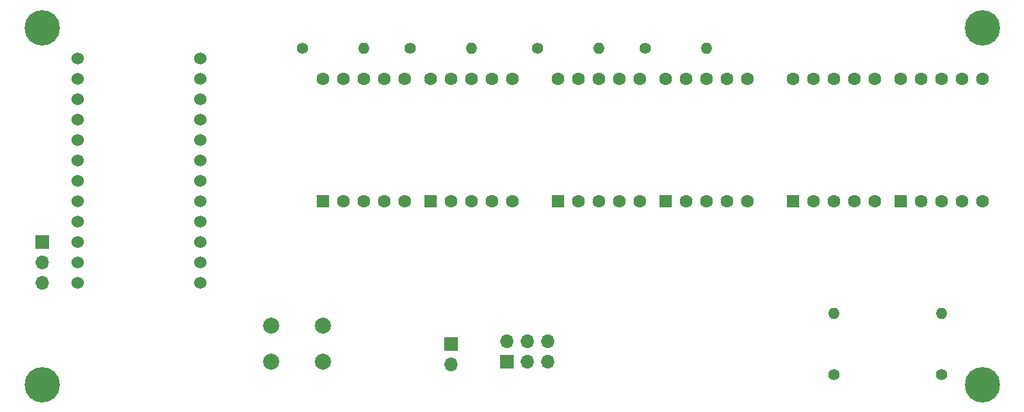
<source format=gbr>
%TF.GenerationSoftware,KiCad,Pcbnew,7.0.7*%
%TF.CreationDate,2023-10-03T13:41:01-05:00*%
%TF.ProjectId,Asus Qcode,41737573-2051-4636-9f64-652e6b696361,rev?*%
%TF.SameCoordinates,Original*%
%TF.FileFunction,Soldermask,Bot*%
%TF.FilePolarity,Negative*%
%FSLAX46Y46*%
G04 Gerber Fmt 4.6, Leading zero omitted, Abs format (unit mm)*
G04 Created by KiCad (PCBNEW 7.0.7) date 2023-10-03 13:41:01*
%MOMM*%
%LPD*%
G01*
G04 APERTURE LIST*
%ADD10C,1.400000*%
%ADD11O,1.400000X1.400000*%
%ADD12R,1.600000X1.600000*%
%ADD13C,1.600000*%
%ADD14C,1.524000*%
%ADD15C,4.400000*%
%ADD16C,2.000000*%
%ADD17R,1.700000X1.700000*%
%ADD18O,1.700000X1.700000*%
G04 APERTURE END LIST*
D10*
%TO.C,R6*%
X127000000Y-58420000D03*
D11*
X127000000Y-50800000D03*
%TD*%
D12*
%TO.C,DSP5*%
X108585000Y-36830000D03*
D13*
X111125000Y-36830000D03*
X113665000Y-36830000D03*
X116205000Y-36830000D03*
X118745000Y-36830000D03*
X118745000Y-21590000D03*
X116205000Y-21590000D03*
X113665000Y-21590000D03*
X111125000Y-21590000D03*
X108585000Y-21590000D03*
%TD*%
D14*
%TO.C,uP1*%
X34925000Y-46990000D03*
X34925000Y-44450000D03*
X34925000Y-41910000D03*
X34925000Y-39370000D03*
X34925000Y-36830000D03*
X34925000Y-34290000D03*
X34925000Y-31750000D03*
X34925000Y-29210000D03*
X34925000Y-26670000D03*
X34925000Y-24130000D03*
X34925000Y-21590000D03*
X34925000Y-19050000D03*
X19685000Y-46990000D03*
X19685000Y-44450000D03*
X19685000Y-41910000D03*
X19685000Y-39370000D03*
X19685000Y-36830000D03*
X19685000Y-34290000D03*
X19685000Y-31750000D03*
X19685000Y-29210000D03*
X19685000Y-26670000D03*
X19685000Y-24130000D03*
X19685000Y-21590000D03*
X19685000Y-19050000D03*
%TD*%
D15*
%TO.C,REF\u002A\u002A*%
X132080000Y-59690000D03*
%TD*%
D16*
%TO.C,SW1*%
X50165000Y-56860000D03*
X43665000Y-56860000D03*
X50165000Y-52360000D03*
X43665000Y-52360000D03*
%TD*%
D12*
%TO.C,DSP6*%
X121920000Y-36830000D03*
D13*
X124460000Y-36830000D03*
X127000000Y-36830000D03*
X129540000Y-36830000D03*
X132080000Y-36830000D03*
X132080000Y-21590000D03*
X129540000Y-21590000D03*
X127000000Y-21590000D03*
X124460000Y-21590000D03*
X121920000Y-21590000D03*
%TD*%
D17*
%TO.C,J1*%
X73025000Y-56860000D03*
D18*
X73025000Y-54320000D03*
X75565000Y-56860000D03*
X75565000Y-54320000D03*
X78105000Y-56860000D03*
X78105000Y-54320000D03*
%TD*%
D17*
%TO.C,J2*%
X15240000Y-41910000D03*
D18*
X15240000Y-44450000D03*
X15240000Y-46990000D03*
%TD*%
D15*
%TO.C,REF\u002A\u002A*%
X132080000Y-15240000D03*
%TD*%
D10*
%TO.C,R1*%
X47625000Y-17780000D03*
D11*
X55245000Y-17780000D03*
%TD*%
D15*
%TO.C,REF\u002A\u002A*%
X15240000Y-59690000D03*
%TD*%
D10*
%TO.C,R5*%
X113665000Y-58420000D03*
D11*
X113665000Y-50800000D03*
%TD*%
D12*
%TO.C,DSP2*%
X63500000Y-36830000D03*
D13*
X66040000Y-36830000D03*
X68580000Y-36830000D03*
X71120000Y-36830000D03*
X73660000Y-36830000D03*
X73660000Y-21590000D03*
X71120000Y-21590000D03*
X68580000Y-21590000D03*
X66040000Y-21590000D03*
X63500000Y-21590000D03*
%TD*%
D12*
%TO.C,DSP3*%
X79375000Y-36830000D03*
D13*
X81915000Y-36830000D03*
X84455000Y-36830000D03*
X86995000Y-36830000D03*
X89535000Y-36830000D03*
X89535000Y-21590000D03*
X86995000Y-21590000D03*
X84455000Y-21590000D03*
X81915000Y-21590000D03*
X79375000Y-21590000D03*
%TD*%
D12*
%TO.C,DSP4*%
X92710000Y-36830000D03*
D13*
X95250000Y-36830000D03*
X97790000Y-36830000D03*
X100330000Y-36830000D03*
X102870000Y-36830000D03*
X102870000Y-21590000D03*
X100330000Y-21590000D03*
X97790000Y-21590000D03*
X95250000Y-21590000D03*
X92710000Y-21590000D03*
%TD*%
D10*
%TO.C,R2*%
X60960000Y-17780000D03*
D11*
X68580000Y-17780000D03*
%TD*%
D12*
%TO.C,DSP1*%
X50165000Y-36830000D03*
D13*
X52705000Y-36830000D03*
X55245000Y-36830000D03*
X57785000Y-36830000D03*
X60325000Y-36830000D03*
X60325000Y-21590000D03*
X57785000Y-21590000D03*
X55245000Y-21590000D03*
X52705000Y-21590000D03*
X50165000Y-21590000D03*
%TD*%
D10*
%TO.C,R3*%
X90170000Y-17780000D03*
D11*
X97790000Y-17780000D03*
%TD*%
D17*
%TO.C,J3*%
X66040000Y-54610000D03*
D18*
X66040000Y-57150000D03*
%TD*%
D15*
%TO.C,REF\u002A\u002A*%
X15240000Y-15240000D03*
%TD*%
D10*
%TO.C,R4*%
X76835000Y-17780000D03*
D11*
X84455000Y-17780000D03*
%TD*%
M02*

</source>
